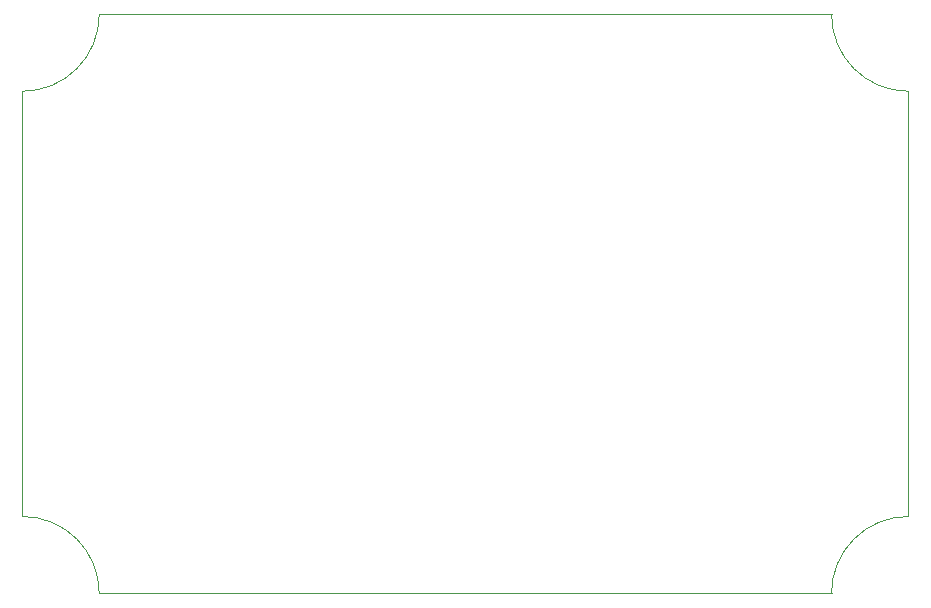
<source format=gbr>
G04 #@! TF.GenerationSoftware,KiCad,Pcbnew,5.1.5-52549c5~86~ubuntu18.04.1*
G04 #@! TF.CreationDate,2020-07-25T12:46:57-05:00*
G04 #@! TF.ProjectId,RAK4200_LORA_ADAPTABLE_NODE,52414b34-3230-4305-9f4c-4f52415f4144,rev?*
G04 #@! TF.SameCoordinates,Original*
G04 #@! TF.FileFunction,Profile,NP*
%FSLAX46Y46*%
G04 Gerber Fmt 4.6, Leading zero omitted, Abs format (unit mm)*
G04 Created by KiCad (PCBNEW 5.1.5-52549c5~86~ubuntu18.04.1) date 2020-07-25 12:46:57*
%MOMM*%
%LPD*%
G04 APERTURE LIST*
%ADD10C,0.050000*%
G04 APERTURE END LIST*
D10*
X168500000Y-149000000D02*
G75*
G02X175000000Y-142500000I6500000J0D01*
G01*
X168500000Y-100000000D02*
G75*
G03X175000000Y-106500000I6500000J0D01*
G01*
X100000000Y-142500000D02*
G75*
G02X106500000Y-149000000I0J-6500000D01*
G01*
X100000000Y-106500000D02*
G75*
G03X106500000Y-100000000I0J6500000D01*
G01*
X175000000Y-106500000D02*
X175000000Y-142500000D01*
X100000000Y-106500000D02*
X100000000Y-142500000D01*
X106500000Y-149000000D02*
X168500000Y-149000000D01*
X106500000Y-100000000D02*
X168500000Y-100000000D01*
M02*

</source>
